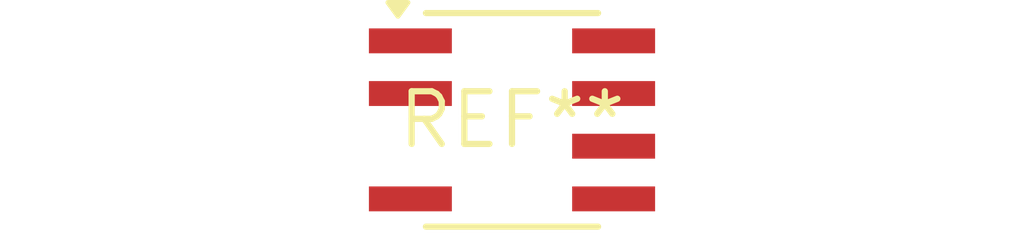
<source format=kicad_pcb>
(kicad_pcb (version 20240108) (generator pcbnew)
  (layers (0 "F.Cu" signal) (31 "B.Cu" signal) (34 "B.Paste" user) (35 "F.Paste" user) (36 "B.SilkS" user "B.Silkscreen") (37 "F.SilkS" user "F.Silkscreen") (38 "B.Mask" user) (39 "F.Mask" user) (44 "Edge.Cuts" user))
  (net 0 "")
  (footprint "PowerIntegrations_SO-8C" (layer "F.Cu") (at 0 0)
    (property "Reference" "REF**")
    (property "Value" "PowerIntegrations_SO-8C")
    (fp_line (start -2.075 -2.575) (end 2.075 -2.575) (layer "F.SilkS") (stroke (width 0.15)))
    (fp_line (start -2.075 2.575) (end 2.075 2.575) (layer "F.SilkS") (stroke (width 0.15)))
    (fp_poly (pts (xy -2.75 -2.5) (xy -2.51 -2.83) (xy -2.99 -2.83) (xy -2.75 -2.5)) (layer "F.SilkS") (stroke (width 0.12)) (fill solid))
    (pad "1" smd rect (at -2.45 -1.905) (size 2 0.6) (layers "F.Cu" "F.Paste" "F.Mask"))
    (pad "2" smd rect (at -2.45 -0.635) (size 2 0.6) (layers "F.Cu" "F.Paste" "F.Mask"))
    (pad "4" smd rect (at -2.45 1.905) (size 2 0.6) (layers "F.Cu" "F.Paste" "F.Mask"))
    (pad "5" smd rect (at 2.45 1.905) (size 2 0.6) (layers "F.Cu" "F.Paste" "F.Mask"))
    (pad "6" smd rect (at 2.45 0.635) (size 2 0.6) (layers "F.Cu" "F.Paste" "F.Mask"))
    (pad "7" smd rect (at 2.45 -0.635) (size 2 0.6) (layers "F.Cu" "F.Paste" "F.Mask"))
    (pad "8" smd rect (at 2.45 -1.905) (size 2 0.6) (layers "F.Cu" "F.Paste" "F.Mask"))
  )
)
</source>
